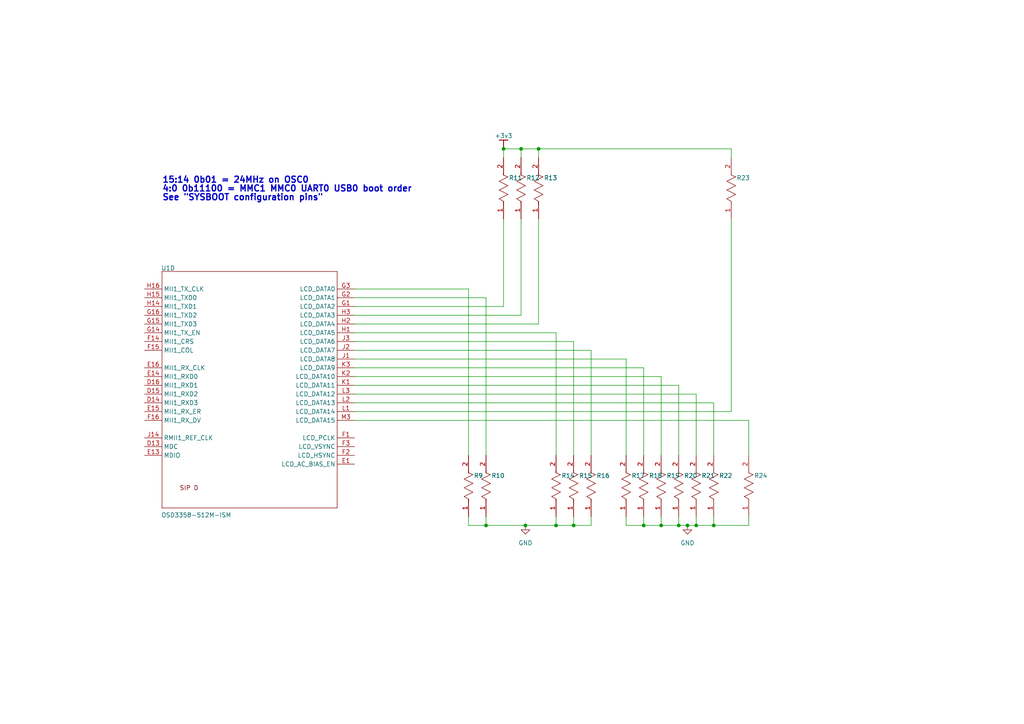
<source format=kicad_sch>
(kicad_sch (version 20231120) (generator "eeschema") (generator_version "8.0")
  (paper "A4")
  (junction (at 196.85 152.4))
  (junction (at 166.37 152.4))
  (junction (at 146.05 43.18))
  (junction (at 186.69 152.4))
  (junction (at 140.97 152.4))
  (junction (at 156.21 43.18))
  (junction (at 151.13 43.18))
  (junction (at 199.39 152.4))
  (junction (at 152.4 152.4))
  (junction (at 201.93 152.4))
  (junction (at 207.01 152.4))
  (junction (at 161.29 152.4))
  (junction (at 191.77 152.4))
  (wire (pts (xy 152.4 152.4) (xy 161.29 152.4)))
  (wire (pts (xy 201.93 152.4) (xy 207.01 152.4)))
  (wire (pts (xy 151.13 43.18) (xy 156.21 43.18)))
  (wire (pts (xy 207.01 116.84) (xy 207.01 132.08)))
  (wire (pts (xy 151.13 43.18) (xy 151.13 45.72)))
  (wire (pts (xy 212.09 43.18) (xy 212.09 45.72)))
  (wire (pts (xy 140.97 86.36) (xy 140.97 132.08)))
  (wire (pts (xy 171.45 101.6) (xy 171.45 132.08)))
  (wire (pts (xy 217.17 152.4) (xy 217.17 149.86)))
  (wire (pts (xy 207.01 152.4) (xy 217.17 152.4)))
  (wire (pts (xy 161.29 152.4) (xy 166.37 152.4)))
  (wire (pts (xy 102.87 86.36) (xy 140.97 86.36)))
  (wire (pts (xy 146.05 88.9) (xy 146.05 63.5)))
  (wire (pts (xy 102.87 106.68) (xy 186.69 106.68)))
  (wire (pts (xy 135.89 149.86) (xy 135.89 152.4)))
  (wire (pts (xy 156.21 93.98) (xy 156.21 63.5)))
  (wire (pts (xy 135.89 83.82) (xy 135.89 132.08)))
  (wire (pts (xy 161.29 96.52) (xy 161.29 132.08)))
  (wire (pts (xy 140.97 152.4) (xy 152.4 152.4)))
  (wire (pts (xy 181.61 149.86) (xy 181.61 152.4)))
  (wire (pts (xy 186.69 152.4) (xy 186.69 149.86)))
  (wire (pts (xy 171.45 152.4) (xy 171.45 149.86)))
  (wire (pts (xy 156.21 43.18) (xy 156.21 45.72)))
  (wire (pts (xy 199.39 152.4) (xy 201.93 152.4)))
  (wire (pts (xy 135.89 152.4) (xy 140.97 152.4)))
  (wire (pts (xy 102.87 96.52) (xy 161.29 96.52)))
  (wire (pts (xy 186.69 106.68) (xy 186.69 132.08)))
  (wire (pts (xy 102.87 116.84) (xy 207.01 116.84)))
  (wire (pts (xy 207.01 152.4) (xy 207.01 149.86)))
  (wire (pts (xy 191.77 152.4) (xy 191.77 149.86)))
  (wire (pts (xy 140.97 152.4) (xy 140.97 149.86)))
  (wire (pts (xy 146.05 43.18) (xy 146.05 45.72)))
  (wire (pts (xy 102.87 93.98) (xy 156.21 93.98)))
  (wire (pts (xy 166.37 152.4) (xy 166.37 149.86)))
  (wire (pts (xy 191.77 109.22) (xy 191.77 132.08)))
  (wire (pts (xy 196.85 111.76) (xy 196.85 132.08)))
  (wire (pts (xy 201.93 114.3) (xy 201.93 132.08)))
  (wire (pts (xy 212.09 119.38) (xy 212.09 63.5)))
  (wire (pts (xy 191.77 152.4) (xy 196.85 152.4)))
  (wire (pts (xy 102.87 83.82) (xy 135.89 83.82)))
  (wire (pts (xy 196.85 152.4) (xy 199.39 152.4)))
  (wire (pts (xy 102.87 119.38) (xy 212.09 119.38)))
  (wire (pts (xy 102.87 111.76) (xy 196.85 111.76)))
  (wire (pts (xy 102.87 88.9) (xy 146.05 88.9)))
  (wire (pts (xy 102.87 104.14) (xy 181.61 104.14)))
  (wire (pts (xy 196.85 152.4) (xy 196.85 149.86)))
  (wire (pts (xy 102.87 101.6) (xy 171.45 101.6)))
  (wire (pts (xy 102.87 91.44) (xy 151.13 91.44)))
  (wire (pts (xy 201.93 152.4) (xy 201.93 149.86)))
  (wire (pts (xy 186.69 152.4) (xy 191.77 152.4)))
  (wire (pts (xy 181.61 152.4) (xy 186.69 152.4)))
  (wire (pts (xy 166.37 99.06) (xy 166.37 132.08)))
  (wire (pts (xy 151.13 91.44) (xy 151.13 63.5)))
  (wire (pts (xy 161.29 152.4) (xy 161.29 149.86)))
  (wire (pts (xy 102.87 121.92) (xy 217.17 121.92)))
  (wire (pts (xy 217.17 121.92) (xy 217.17 132.08)))
  (wire (pts (xy 146.05 43.18) (xy 151.13 43.18)))
  (wire (pts (xy 156.21 43.18) (xy 212.09 43.18)))
  (wire (pts (xy 102.87 109.22) (xy 191.77 109.22)))
  (wire (pts (xy 166.37 152.4) (xy 171.45 152.4)))
  (wire (pts (xy 181.61 104.14) (xy 181.61 132.08)))
  (wire (pts (xy 102.87 114.3) (xy 201.93 114.3)))
  (wire (pts (xy 102.87 99.06) (xy 166.37 99.06)))
  (text "4:0 0b11100 = MMC1 MMC0 UART0 USB0 boot order" (at 46.99 55.88 0) (effects (font (size 1.778 1.778) (thickness 0.3556) (bold yes)) (justify left bottom)))
  (text "15:14 0b01 = 24MHz on OSC0" (at 46.99 53.34 0) (effects (font (size 1.778 1.778) (thickness 0.3556) (bold yes)) (justify left bottom)))
  (text "See \"SYSBOOT configuration pins\"" (at 46.99 58.42 0) (effects (font (size 1.778 1.778) (thickness 0.3556) (bold yes)) (justify left bottom)))
  (symbol (lib_id "OSD3358-altium-import:root_1_1029c3af85768c4190bb7ad29bc67b5") (at 140.97 149.86 0) (unit 1)
    (property "Reference" "R10" (at 142.494 138.684 0) (effects (justify left bottom)))
    (property "Value" "CRCW0402100KFKED" (effects (hide yes)))
    (property "Footprint" "FP-CRCW0402-e3-IPC_C" (effects (hide yes)))
    (property "Description" "RES Thick Film, 100kΩ, 1%, 0.063W, 100ppm/°C, 0402" (effects (hide yes)))
    (property "LEAD FREE" "Lead Free" (effects (hide yes)))
    (property "HEIGHT" "0.35mm" (effects (hide yes)))
    (property "CONTACT PLATING" "Tin" (effects (hide yes)))
    (property "MIN OPERATING TEMPERATURE" "-55°C" (effects (hide yes)))
    (property "PACKAGE QUANTITY" "10000" (effects (hide yes)))
    (property "CASE/PACKAGE" "0402" (effects (hide yes)))
    (property "POWER RATING" "63mW" (effects (hide yes)))
    (property "RESISTANCE" "100kR" (effects (hide yes)))
    (property "TEMPERATURE COEFFICIENT" "100ppm/°C" (effects (hide yes)))
    (property "NUMBER OF TERMINATIONS" "2" (effects (hide yes)))
    (property "PACKAGING" "Tape and Reel" (effects (hide yes)))
    (property "MAX POWER DISSIPATION" "63mW" (effects (hide yes)))
    (property "CASE CODE (METRIC)" "1005" (effects (hide yes)))
    (property "MOUNT" "Surface Mount" (effects (hide yes)))
    (property "WIDTH" "0.02inch" (effects (hide yes)))
    (property "VOLTAGE RATING (DC)" "50V" (effects (hide yes)))
    (property "TERMINATION" "SMD/SMT" (effects (hide yes)))
    (property "LENGTH" "1mm" (effects (hide yes)))
    (property "NUMBER OF PINS" "2" (effects (hide yes)))
    (property "WEIGHT" "2.3E-05oz" (effects (hide yes)))
    (property "RADIATION HARDENING" "No" (effects (hide yes)))
    (property "TOLERANCE" "1%" (effects (hide yes)))
    (property "MILITARY STANDARD" "Not" (effects (hide yes)))
    (property "FEATURES" "Automotive AEC-Q200" (effects (hide yes)))
    (property "DEPTH" "0.5mm" (effects (hide yes)))
    (property "COMPOSITION" "Thick Film" (effects (hide yes)))
    (property "MAX OPERATING TEMPERATURE" "155°C" (effects (hide yes)))
    (property "VOLTAGE RATING" "50V" (effects (hide yes)))
    (property "CASE CODE (IMPERIAL)" "0402" (effects (hide yes)))
  )
  (symbol (lib_id "power:GND") (at 199.39 152.4 0) (unit 1)
    (property "Reference" "#PWR020" (effects (hide yes)))
    (property "Value" "GND" (at 199.39 157.48 0))
    (property "Description" "Power symbol creates a global label with name \"GND\" , ground" (effects (hide yes)))
  )
  (symbol (lib_id "OSD3358-altium-import:root_1_1029c3af85768c4190bb7ad29bc67b5") (at 156.21 63.5 0) (unit 1)
    (property "Reference" "R13" (at 157.734 52.324 0) (effects (justify left bottom)))
    (property "Value" "CRCW0402100KFKED" (effects (hide yes)))
    (property "Footprint" "FP-CRCW0402-e3-IPC_C" (effects (hide yes)))
    (property "Description" "RES Thick Film, 100kΩ, 1%, 0.063W, 100ppm/°C, 0402" (effects (hide yes)))
    (property "LEAD FREE" "Lead Free" (effects (hide yes)))
    (property "HEIGHT" "0.35mm" (effects (hide yes)))
    (property "CONTACT PLATING" "Tin" (effects (hide yes)))
    (property "MIN OPERATING TEMPERATURE" "-55°C" (effects (hide yes)))
    (property "PACKAGE QUANTITY" "10000" (effects (hide yes)))
    (property "CASE/PACKAGE" "0402" (effects (hide yes)))
    (property "POWER RATING" "63mW" (effects (hide yes)))
    (property "RESISTANCE" "100kR" (effects (hide yes)))
    (property "TEMPERATURE COEFFICIENT" "100ppm/°C" (effects (hide yes)))
    (property "NUMBER OF TERMINATIONS" "2" (effects (hide yes)))
    (property "PACKAGING" "Tape and Reel" (effects (hide yes)))
    (property "MAX POWER DISSIPATION" "63mW" (effects (hide yes)))
    (property "CASE CODE (METRIC)" "1005" (effects (hide yes)))
    (property "MOUNT" "Surface Mount" (effects (hide yes)))
    (property "WIDTH" "0.02inch" (effects (hide yes)))
    (property "VOLTAGE RATING (DC)" "50V" (effects (hide yes)))
    (property "TERMINATION" "SMD/SMT" (effects (hide yes)))
    (property "LENGTH" "1mm" (effects (hide yes)))
    (property "NUMBER OF PINS" "2" (effects (hide yes)))
    (property "WEIGHT" "2.3E-05oz" (effects (hide yes)))
    (property "RADIATION HARDENING" "No" (effects (hide yes)))
    (property "TOLERANCE" "1%" (effects (hide yes)))
    (property "MILITARY STANDARD" "Not" (effects (hide yes)))
    (property "FEATURES" "Automotive AEC-Q200" (effects (hide yes)))
    (property "DEPTH" "0.5mm" (effects (hide yes)))
    (property "COMPOSITION" "Thick Film" (effects (hide yes)))
    (property "MAX OPERATING TEMPERATURE" "155°C" (effects (hide yes)))
    (property "VOLTAGE RATING" "50V" (effects (hide yes)))
    (property "CASE CODE (IMPERIAL)" "0402" (effects (hide yes)))
  )
  (symbol (lib_id "OSD3358-altium-import:root_1_1029c3af85768c4190bb7ad29bc67b5") (at 161.29 149.86 0) (unit 1)
    (property "Reference" "R14" (at 162.814 138.684 0) (effects (justify left bottom)))
    (property "Value" "CRCW0402100KFKED" (effects (hide yes)))
    (property "Footprint" "FP-CRCW0402-e3-IPC_C" (effects (hide yes)))
    (property "Description" "RES Thick Film, 100kΩ, 1%, 0.063W, 100ppm/°C, 0402" (effects (hide yes)))
    (property "LEAD FREE" "Lead Free" (effects (hide yes)))
    (property "HEIGHT" "0.35mm" (effects (hide yes)))
    (property "CONTACT PLATING" "Tin" (effects (hide yes)))
    (property "MIN OPERATING TEMPERATURE" "-55°C" (effects (hide yes)))
    (property "PACKAGE QUANTITY" "10000" (effects (hide yes)))
    (property "CASE/PACKAGE" "0402" (effects (hide yes)))
    (property "POWER RATING" "63mW" (effects (hide yes)))
    (property "RESISTANCE" "100kR" (effects (hide yes)))
    (property "TEMPERATURE COEFFICIENT" "100ppm/°C" (effects (hide yes)))
    (property "NUMBER OF TERMINATIONS" "2" (effects (hide yes)))
    (property "PACKAGING" "Tape and Reel" (effects (hide yes)))
    (property "MAX POWER DISSIPATION" "63mW" (effects (hide yes)))
    (property "CASE CODE (METRIC)" "1005" (effects (hide yes)))
    (property "MOUNT" "Surface Mount" (effects (hide yes)))
    (property "WIDTH" "0.02inch" (effects (hide yes)))
    (property "VOLTAGE RATING (DC)" "50V" (effects (hide yes)))
    (property "TERMINATION" "SMD/SMT" (effects (hide yes)))
    (property "LENGTH" "1mm" (effects (hide yes)))
    (property "NUMBER OF PINS" "2" (effects (hide yes)))
    (property "WEIGHT" "2.3E-05oz" (effects (hide yes)))
    (property "RADIATION HARDENING" "No" (effects (hide yes)))
    (property "TOLERANCE" "1%" (effects (hide yes)))
    (property "MILITARY STANDARD" "Not" (effects (hide yes)))
    (property "FEATURES" "Automotive AEC-Q200" (effects (hide yes)))
    (property "DEPTH" "0.5mm" (effects (hide yes)))
    (property "COMPOSITION" "Thick Film" (effects (hide yes)))
    (property "MAX OPERATING TEMPERATURE" "155°C" (effects (hide yes)))
    (property "VOLTAGE RATING" "50V" (effects (hide yes)))
    (property "CASE CODE (IMPERIAL)" "0402" (effects (hide yes)))
  )
  (symbol (lib_id "OSD3358-altium-import:root_1_1029c3af85768c4190bb7ad29bc67b5") (at 181.61 149.86 0) (unit 1)
    (property "Reference" "R17" (at 183.134 138.684 0) (effects (justify left bottom)))
    (property "Value" "CRCW0402100KFKED" (effects (hide yes)))
    (property "Footprint" "FP-CRCW0402-e3-IPC_C" (effects (hide yes)))
    (property "Description" "RES Thick Film, 100kΩ, 1%, 0.063W, 100ppm/°C, 0402" (effects (hide yes)))
    (property "LEAD FREE" "Lead Free" (effects (hide yes)))
    (property "HEIGHT" "0.35mm" (effects (hide yes)))
    (property "CONTACT PLATING" "Tin" (effects (hide yes)))
    (property "MIN OPERATING TEMPERATURE" "-55°C" (effects (hide yes)))
    (property "PACKAGE QUANTITY" "10000" (effects (hide yes)))
    (property "CASE/PACKAGE" "0402" (effects (hide yes)))
    (property "POWER RATING" "63mW" (effects (hide yes)))
    (property "RESISTANCE" "100kR" (effects (hide yes)))
    (property "TEMPERATURE COEFFICIENT" "100ppm/°C" (effects (hide yes)))
    (property "NUMBER OF TERMINATIONS" "2" (effects (hide yes)))
    (property "PACKAGING" "Tape and Reel" (effects (hide yes)))
    (property "MAX POWER DISSIPATION" "63mW" (effects (hide yes)))
    (property "CASE CODE (METRIC)" "1005" (effects (hide yes)))
    (property "MOUNT" "Surface Mount" (effects (hide yes)))
    (property "WIDTH" "0.02inch" (effects (hide yes)))
    (property "VOLTAGE RATING (DC)" "50V" (effects (hide yes)))
    (property "TERMINATION" "SMD/SMT" (effects (hide yes)))
    (property "LENGTH" "1mm" (effects (hide yes)))
    (property "NUMBER OF PINS" "2" (effects (hide yes)))
    (property "WEIGHT" "2.3E-05oz" (effects (hide yes)))
    (property "RADIATION HARDENING" "No" (effects (hide yes)))
    (property "TOLERANCE" "1%" (effects (hide yes)))
    (property "MILITARY STANDARD" "Not" (effects (hide yes)))
    (property "FEATURES" "Automotive AEC-Q200" (effects (hide yes)))
    (property "DEPTH" "0.5mm" (effects (hide yes)))
    (property "COMPOSITION" "Thick Film" (effects (hide yes)))
    (property "MAX OPERATING TEMPERATURE" "155°C" (effects (hide yes)))
    (property "VOLTAGE RATING" "50V" (effects (hide yes)))
    (property "CASE CODE (IMPERIAL)" "0402" (effects (hide yes)))
  )
  (symbol (lib_id "OSD3358-altium-import:root_1_1029c3af85768c4190bb7ad29bc67b5") (at 171.45 149.86 0) (unit 1)
    (property "Reference" "R16" (at 172.974 138.684 0) (effects (justify left bottom)))
    (property "Value" "CRCW0402100KFKED" (effects (hide yes)))
    (property "Footprint" "FP-CRCW0402-e3-IPC_C" (effects (hide yes)))
    (property "Description" "RES Thick Film, 100kΩ, 1%, 0.063W, 100ppm/°C, 0402" (effects (hide yes)))
    (property "LEAD FREE" "Lead Free" (effects (hide yes)))
    (property "HEIGHT" "0.35mm" (effects (hide yes)))
    (property "CONTACT PLATING" "Tin" (effects (hide yes)))
    (property "MIN OPERATING TEMPERATURE" "-55°C" (effects (hide yes)))
    (property "PACKAGE QUANTITY" "10000" (effects (hide yes)))
    (property "CASE/PACKAGE" "0402" (effects (hide yes)))
    (property "POWER RATING" "63mW" (effects (hide yes)))
    (property "RESISTANCE" "100kR" (effects (hide yes)))
    (property "TEMPERATURE COEFFICIENT" "100ppm/°C" (effects (hide yes)))
    (property "NUMBER OF TERMINATIONS" "2" (effects (hide yes)))
    (property "PACKAGING" "Tape and Reel" (effects (hide yes)))
    (property "MAX POWER DISSIPATION" "63mW" (effects (hide yes)))
    (property "CASE CODE (METRIC)" "1005" (effects (hide yes)))
    (property "MOUNT" "Surface Mount" (effects (hide yes)))
    (property "WIDTH" "0.02inch" (effects (hide yes)))
    (property "VOLTAGE RATING (DC)" "50V" (effects (hide yes)))
    (property "TERMINATION" "SMD/SMT" (effects (hide yes)))
    (property "LENGTH" "1mm" (effects (hide yes)))
    (property "NUMBER OF PINS" "2" (effects (hide yes)))
    (property "WEIGHT" "2.3E-05oz" (effects (hide yes)))
    (property "RADIATION HARDENING" "No" (effects (hide yes)))
    (property "TOLERANCE" "1%" (effects (hide yes)))
    (property "MILITARY STANDARD" "Not" (effects (hide yes)))
    (property "FEATURES" "Automotive AEC-Q200" (effects (hide yes)))
    (property "DEPTH" "0.5mm" (effects (hide yes)))
    (property "COMPOSITION" "Thick Film" (effects (hide yes)))
    (property "MAX OPERATING TEMPERATURE" "155°C" (effects (hide yes)))
    (property "VOLTAGE RATING" "50V" (effects (hide yes)))
    (property "CASE CODE (IMPERIAL)" "0402" (effects (hide yes)))
  )
  (symbol (lib_id "OSD3358-altium-import:root_0_OSD3358-512M-ISM") (at 46.99 147.32 0) (unit 4)
    (property "Reference" "U1" (at 46.736 78.486 0) (effects (justify left bottom)))
    (property "Value" "OSD3358-512M-ISM" (at 46.736 150.114 0) (effects (justify left bottom)))
    (property "Footprint" "OSD335X-BGA-256" (effects (hide yes)))
    (property "Description" "OSD3358-512M-ISM SoM" (effects (hide yes)))
    (property "PACKAGE" "BGA-400 Octavo Systems" (effects (hide yes)))
    (property "SOURCE" "OSD3358-512M-ISM.SchLib" (effects (hide yes)))
    (property "ALTIUM_VALUE" "*" (effects (hide yes)))
    (property "MOUSER-PURCHASE-URL" "https://snapeda.com/shop?store=Mouser&id=2754256" (effects (hide yes)))
    (property "PRICE" "None" (effects (hide yes)))
    (property "DESIGN ITEM ID" "OSD3358-512M-ISM" (effects (hide yes)))
    (property "MF" "Octavo Systems" (effects (hide yes)))
    (property "DIGIKEY-PURCHASE-URL" "https://snapeda.com/shop?store=DigiKey&id=2754256" (effects (hide yes)))
    (property "PIN COUNT" "256" (effects (hide yes)))
    (property "SNAPEDA_LINK" "https://www.snapeda.com/parts/OSD3358-512M-ISM/Octavo%20Systems%20LLC/view-part/2754256/?ref=snap" (effects (hide yes)))
    (property "MP" "OSD3358-512M-ISM" (effects (hide yes)))
    (property "AVAILABILITY" "Warning" (effects (hide yes)))
    (property "COMPONENT TYPE" "Standard" (effects (hide yes)))
  )
  (symbol (lib_id "OSD3358-altium-import:root_1_1029c3af85768c4190bb7ad29bc67b5") (at 217.17 149.86 0) (unit 1)
    (property "Reference" "R24" (at 218.694 138.684 0) (effects (justify left bottom)))
    (property "Value" "CRCW0402100KFKED" (effects (hide yes)))
    (property "Footprint" "FP-CRCW0402-e3-IPC_C" (effects (hide yes)))
    (property "Description" "RES Thick Film, 100kΩ, 1%, 0.063W, 100ppm/°C, 0402" (effects (hide yes)))
    (property "LEAD FREE" "Lead Free" (effects (hide yes)))
    (property "HEIGHT" "0.35mm" (effects (hide yes)))
    (property "CONTACT PLATING" "Tin" (effects (hide yes)))
    (property "MIN OPERATING TEMPERATURE" "-55°C" (effects (hide yes)))
    (property "PACKAGE QUANTITY" "10000" (effects (hide yes)))
    (property "CASE/PACKAGE" "0402" (effects (hide yes)))
    (property "POWER RATING" "63mW" (effects (hide yes)))
    (property "RESISTANCE" "100kR" (effects (hide yes)))
    (property "TEMPERATURE COEFFICIENT" "100ppm/°C" (effects (hide yes)))
    (property "NUMBER OF TERMINATIONS" "2" (effects (hide yes)))
    (property "PACKAGING" "Tape and Reel" (effects (hide yes)))
    (property "MAX POWER DISSIPATION" "63mW" (effects (hide yes)))
    (property "CASE CODE (METRIC)" "1005" (effects (hide yes)))
    (property "MOUNT" "Surface Mount" (effects (hide yes)))
    (property "WIDTH" "0.02inch" (effects (hide yes)))
    (property "VOLTAGE RATING (DC)" "50V" (effects (hide yes)))
    (property "TERMINATION" "SMD/SMT" (effects (hide yes)))
    (property "LENGTH" "1mm" (effects (hide yes)))
    (property "NUMBER OF PINS" "2" (effects (hide yes)))
    (property "WEIGHT" "2.3E-05oz" (effects (hide yes)))
    (property "RADIATION HARDENING" "No" (effects (hide yes)))
    (property "TOLERANCE" "1%" (effects (hide yes)))
    (property "MILITARY STANDARD" "Not" (effects (hide yes)))
    (property "FEATURES" "Automotive AEC-Q200" (effects (hide yes)))
    (property "DEPTH" "0.5mm" (effects (hide yes)))
    (property "COMPOSITION" "Thick Film" (effects (hide yes)))
    (property "MAX OPERATING TEMPERATURE" "155°C" (effects (hide yes)))
    (property "VOLTAGE RATING" "50V" (effects (hide yes)))
    (property "CASE CODE (IMPERIAL)" "0402" (effects (hide yes)))
  )
  (symbol (lib_id "OSD3358-altium-import:root_1_1029c3af85768c4190bb7ad29bc67b5") (at 212.09 63.5 0) (unit 1)
    (property "Reference" "R23" (at 213.614 52.324 0) (effects (justify left bottom)))
    (property "Value" "CRCW0402100KFKED" (effects (hide yes)))
    (property "Footprint" "FP-CRCW0402-e3-IPC_C" (effects (hide yes)))
    (property "Description" "RES Thick Film, 100kΩ, 1%, 0.063W, 100ppm/°C, 0402" (effects (hide yes)))
    (property "LEAD FREE" "Lead Free" (effects (hide yes)))
    (property "HEIGHT" "0.35mm" (effects (hide yes)))
    (property "CONTACT PLATING" "Tin" (effects (hide yes)))
    (property "MIN OPERATING TEMPERATURE" "-55°C" (effects (hide yes)))
    (property "PACKAGE QUANTITY" "10000" (effects (hide yes)))
    (property "CASE/PACKAGE" "0402" (effects (hide yes)))
    (property "POWER RATING" "63mW" (effects (hide yes)))
    (property "RESISTANCE" "100kR" (effects (hide yes)))
    (property "TEMPERATURE COEFFICIENT" "100ppm/°C" (effects (hide yes)))
    (property "NUMBER OF TERMINATIONS" "2" (effects (hide yes)))
    (property "PACKAGING" "Tape and Reel" (effects (hide yes)))
    (property "MAX POWER DISSIPATION" "63mW" (effects (hide yes)))
    (property "CASE CODE (METRIC)" "1005" (effects (hide yes)))
    (property "MOUNT" "Surface Mount" (effects (hide yes)))
    (property "WIDTH" "0.02inch" (effects (hide yes)))
    (property "VOLTAGE RATING (DC)" "50V" (effects (hide yes)))
    (property "TERMINATION" "SMD/SMT" (effects (hide yes)))
    (property "LENGTH" "1mm" (effects (hide yes)))
    (property "NUMBER OF PINS" "2" (effects (hide yes)))
    (property "WEIGHT" "2.3E-05oz" (effects (hide yes)))
    (property "RADIATION HARDENING" "No" (effects (hide yes)))
    (property "TOLERANCE" "1%" (effects (hide yes)))
    (property "MILITARY STANDARD" "Not" (effects (hide yes)))
    (property "FEATURES" "Automotive AEC-Q200" (effects (hide yes)))
    (property "DEPTH" "0.5mm" (effects (hide yes)))
    (property "COMPOSITION" "Thick Film" (effects (hide yes)))
    (property "MAX OPERATING TEMPERATURE" "155°C" (effects (hide yes)))
    (property "VOLTAGE RATING" "50V" (effects (hide yes)))
    (property "CASE CODE (IMPERIAL)" "0402" (effects (hide yes)))
  )
  (symbol (lib_id "OSD3358-altium-import:root_1_1029c3af85768c4190bb7ad29bc67b5") (at 186.69 149.86 0) (unit 1)
    (property "Reference" "R18" (at 188.214 138.684 0) (effects (justify left bottom)))
    (property "Value" "CRCW0402100KFKED" (effects (hide yes)))
    (property "Footprint" "FP-CRCW0402-e3-IPC_C" (effects (hide yes)))
    (property "Description" "RES Thick Film, 100kΩ, 1%, 0.063W, 100ppm/°C, 0402" (effects (hide yes)))
    (property "LEAD FREE" "Lead Free" (effects (hide yes)))
    (property "HEIGHT" "0.35mm" (effects (hide yes)))
    (property "CONTACT PLATING" "Tin" (effects (hide yes)))
    (property "MIN OPERATING TEMPERATURE" "-55°C" (effects (hide yes)))
    (property "PACKAGE QUANTITY" "10000" (effects (hide yes)))
    (property "CASE/PACKAGE" "0402" (effects (hide yes)))
    (property "POWER RATING" "63mW" (effects (hide yes)))
    (property "RESISTANCE" "100kR" (effects (hide yes)))
    (property "TEMPERATURE COEFFICIENT" "100ppm/°C" (effects (hide yes)))
    (property "NUMBER OF TERMINATIONS" "2" (effects (hide yes)))
    (property "PACKAGING" "Tape and Reel" (effects (hide yes)))
    (property "MAX POWER DISSIPATION" "63mW" (effects (hide yes)))
    (property "CASE CODE (METRIC)" "1005" (effects (hide yes)))
    (property "MOUNT" "Surface Mount" (effects (hide yes)))
    (property "WIDTH" "0.02inch" (effects (hide yes)))
    (property "VOLTAGE RATING (DC)" "50V" (effects (hide yes)))
    (property "TERMINATION" "SMD/SMT" (effects (hide yes)))
    (property "LENGTH" "1mm" (effects (hide yes)))
    (property "NUMBER OF PINS" "2" (effects (hide yes)))
    (property "WEIGHT" "2.3E-05oz" (effects (hide yes)))
    (property "RADIATION HARDENING" "No" (effects (hide yes)))
    (property "TOLERANCE" "1%" (effects (hide yes)))
    (property "MILITARY STANDARD" "Not" (effects (hide yes)))
    (property "FEATURES" "Automotive AEC-Q200" (effects (hide yes)))
    (property "DEPTH" "0.5mm" (effects (hide yes)))
    (property "COMPOSITION" "Thick Film" (effects (hide yes)))
    (property "MAX OPERATING TEMPERATURE" "155°C" (effects (hide yes)))
    (property "VOLTAGE RATING" "50V" (effects (hide yes)))
    (property "CASE CODE (IMPERIAL)" "0402" (effects (hide yes)))
  )
  (symbol (lib_id "OSD3358-altium-import:root_1_1029c3af85768c4190bb7ad29bc67b5") (at 166.37 149.86 0) (unit 1)
    (property "Reference" "R15" (at 167.894 138.684 0) (effects (justify left bottom)))
    (property "Value" "CRCW0402100KFKED" (effects (hide yes)))
    (property "Footprint" "FP-CRCW0402-e3-IPC_C" (effects (hide yes)))
    (property "Description" "RES Thick Film, 100kΩ, 1%, 0.063W, 100ppm/°C, 0402" (effects (hide yes)))
    (property "LEAD FREE" "Lead Free" (effects (hide yes)))
    (property "HEIGHT" "0.35mm" (effects (hide yes)))
    (property "CONTACT PLATING" "Tin" (effects (hide yes)))
    (property "MIN OPERATING TEMPERATURE" "-55°C" (effects (hide yes)))
    (property "PACKAGE QUANTITY" "10000" (effects (hide yes)))
    (property "CASE/PACKAGE" "0402" (effects (hide yes)))
    (property "POWER RATING" "63mW" (effects (hide yes)))
    (property "RESISTANCE" "100kR" (effects (hide yes)))
    (property "TEMPERATURE COEFFICIENT" "100ppm/°C" (effects (hide yes)))
    (property "NUMBER OF TERMINATIONS" "2" (effects (hide yes)))
    (property "PACKAGING" "Tape and Reel" (effects (hide yes)))
    (property "MAX POWER DISSIPATION" "63mW" (effects (hide yes)))
    (property "CASE CODE (METRIC)" "1005" (effects (hide yes)))
    (property "MOUNT" "Surface Mount" (effects (hide yes)))
    (property "WIDTH" "0.02inch" (effects (hide yes)))
    (property "VOLTAGE RATING (DC)" "50V" (effects (hide yes)))
    (property "TERMINATION" "SMD/SMT" (effects (hide yes)))
    (property "LENGTH" "1mm" (effects (hide yes)))
    (property "NUMBER OF PINS" "2" (effects (hide yes)))
    (property "WEIGHT" "2.3E-05oz" (effects (hide yes)))
    (property "RADIATION HARDENING" "No" (effects (hide yes)))
    (property "TOLERANCE" "1%" (effects (hide yes)))
    (property "MILITARY STANDARD" "Not" (effects (hide yes)))
    (property "FEATURES" "Automotive AEC-Q200" (effects (hide yes)))
    (property "DEPTH" "0.5mm" (effects (hide yes)))
    (property "COMPOSITION" "Thick Film" (effects (hide yes)))
    (property "MAX OPERATING TEMPERATURE" "155°C" (effects (hide yes)))
    (property "VOLTAGE RATING" "50V" (effects (hide yes)))
    (property "CASE CODE (IMPERIAL)" "0402" (effects (hide yes)))
  )
  (symbol (lib_id "OSD3358-altium-import:root_1_1029c3af85768c4190bb7ad29bc67b5") (at 196.85 149.86 0) (unit 1)
    (property "Reference" "R20" (at 198.374 138.684 0) (effects (justify left bottom)))
    (property "Value" "CRCW0402100KFKED" (effects (hide yes)))
    (property "Footprint" "FP-CRCW0402-e3-IPC_C" (effects (hide yes)))
    (property "Description" "RES Thick Film, 100kΩ, 1%, 0.063W, 100ppm/°C, 0402" (effects (hide yes)))
    (property "LEAD FREE" "Lead Free" (effects (hide yes)))
    (property "HEIGHT" "0.35mm" (effects (hide yes)))
    (property "CONTACT PLATING" "Tin" (effects (hide yes)))
    (property "MIN OPERATING TEMPERATURE" "-55°C" (effects (hide yes)))
    (property "PACKAGE QUANTITY" "10000" (effects (hide yes)))
    (property "CASE/PACKAGE" "0402" (effects (hide yes)))
    (property "POWER RATING" "63mW" (effects (hide yes)))
    (property "RESISTANCE" "100kR" (effects (hide yes)))
    (property "TEMPERATURE COEFFICIENT" "100ppm/°C" (effects (hide yes)))
    (property "NUMBER OF TERMINATIONS" "2" (effects (hide yes)))
    (property "PACKAGING" "Tape and Reel" (effects (hide yes)))
    (property "MAX POWER DISSIPATION" "63mW" (effects (hide yes)))
    (property "CASE CODE (METRIC)" "1005" (effects (hide yes)))
    (property "MOUNT" "Surface Mount" (effects (hide yes)))
    (property "WIDTH" "0.02inch" (effects (hide yes)))
    (property "VOLTAGE RATING (DC)" "50V" (effects (hide yes)))
    (property "TERMINATION" "SMD/SMT" (effects (hide yes)))
    (property "LENGTH" "1mm" (effects (hide yes)))
    (property "NUMBER OF PINS" "2" (effects (hide yes)))
    (property "WEIGHT" "2.3E-05oz" (effects (hide yes)))
    (property "RADIATION HARDENING" "No" (effects (hide yes)))
    (property "TOLERANCE" "1%" (effects (hide yes)))
    (property "MILITARY STANDARD" "Not" (effects (hide yes)))
    (property "FEATURES" "Automotive AEC-Q200" (effects (hide yes)))
    (property "DEPTH" "0.5mm" (effects (hide yes)))
    (property "COMPOSITION" "Thick Film" (effects (hide yes)))
    (property "MAX OPERATING TEMPERATURE" "155°C" (effects (hide yes)))
    (property "VOLTAGE RATING" "50V" (effects (hide yes)))
    (property "CASE CODE (IMPERIAL)" "0402" (effects (hide yes)))
  )
  (symbol (lib_id "OSD3358-altium-import:root_1_1029c3af85768c4190bb7ad29bc67b5") (at 201.93 149.86 0) (unit 1)
    (property "Reference" "R21" (at 203.454 138.684 0) (effects (justify left bottom)))
    (property "Value" "CRCW0402100KFKED" (effects (hide yes)))
    (property "Footprint" "FP-CRCW0402-e3-IPC_C" (effects (hide yes)))
    (property "Description" "RES Thick Film, 100kΩ, 1%, 0.063W, 100ppm/°C, 0402" (effects (hide yes)))
    (property "LEAD FREE" "Lead Free" (effects (hide yes)))
    (property "HEIGHT" "0.35mm" (effects (hide yes)))
    (property "CONTACT PLATING" "Tin" (effects (hide yes)))
    (property "MIN OPERATING TEMPERATURE" "-55°C" (effects (hide yes)))
    (property "PACKAGE QUANTITY" "10000" (effects (hide yes)))
    (property "CASE/PACKAGE" "0402" (effects (hide yes)))
    (property "POWER RATING" "63mW" (effects (hide yes)))
    (property "RESISTANCE" "100kR" (effects (hide yes)))
    (property "TEMPERATURE COEFFICIENT" "100ppm/°C" (effects (hide yes)))
    (property "NUMBER OF TERMINATIONS" "2" (effects (hide yes)))
    (property "PACKAGING" "Tape and Reel" (effects (hide yes)))
    (property "MAX POWER DISSIPATION" "63mW" (effects (hide yes)))
    (property "CASE CODE (METRIC)" "1005" (effects (hide yes)))
    (property "MOUNT" "Surface Mount" (effects (hide yes)))
    (property "WIDTH" "0.02inch" (effects (hide yes)))
    (property "VOLTAGE RATING (DC)" "50V" (effects (hide yes)))
    (property "TERMINATION" "SMD/SMT" (effects (hide yes)))
    (property "LENGTH" "1mm" (effects (hide yes)))
    (property "NUMBER OF PINS" "2" (effects (hide yes)))
    (property "WEIGHT" "2.3E-05oz" (effects (hide yes)))
    (property "RADIATION HARDENING" "No" (effects (hide yes)))
    (property "TOLERANCE" "1%" (effects (hide yes)))
    (property "MILITARY STANDARD" "Not" (effects (hide yes)))
    (property "FEATURES" "Automotive AEC-Q200" (effects (hide yes)))
    (property "DEPTH" "0.5mm" (effects (hide yes)))
    (property "COMPOSITION" "Thick Film" (effects (hide yes)))
    (property "MAX OPERATING TEMPERATURE" "155°C" (effects (hide yes)))
    (property "VOLTAGE RATING" "50V" (effects (hide yes)))
    (property "CASE CODE (IMPERIAL)" "0402" (effects (hide yes)))
  )
  (symbol (lib_id "OSD3358-altium-import:root_1_1029c3af85768c4190bb7ad29bc67b5") (at 151.13 63.5 0) (unit 1)
    (property "Reference" "R12" (at 152.654 52.324 0) (effects (justify left bottom)))
    (property "Value" "CRCW0402100KFKED" (effects (hide yes)))
    (property "Footprint" "FP-CRCW0402-e3-IPC_C" (effects (hide yes)))
    (property "Description" "RES Thick Film, 100kΩ, 1%, 0.063W, 100ppm/°C, 0402" (effects (hide yes)))
    (property "LEAD FREE" "Lead Free" (effects (hide yes)))
    (property "HEIGHT" "0.35mm" (effects (hide yes)))
    (property "CONTACT PLATING" "Tin" (effects (hide yes)))
    (property "MIN OPERATING TEMPERATURE" "-55°C" (effects (hide yes)))
    (property "PACKAGE QUANTITY" "10000" (effects (hide yes)))
    (property "CASE/PACKAGE" "0402" (effects (hide yes)))
    (property "POWER RATING" "63mW" (effects (hide yes)))
    (property "RESISTANCE" "100kR" (effects (hide yes)))
    (property "TEMPERATURE COEFFICIENT" "100ppm/°C" (effects (hide yes)))
    (property "NUMBER OF TERMINATIONS" "2" (effects (hide yes)))
    (property "PACKAGING" "Tape and Reel" (effects (hide yes)))
    (property "MAX POWER DISSIPATION" "63mW" (effects (hide yes)))
    (property "CASE CODE (METRIC)" "1005" (effects (hide yes)))
    (property "MOUNT" "Surface Mount" (effects (hide yes)))
    (property "WIDTH" "0.02inch" (effects (hide yes)))
    (property "VOLTAGE RATING (DC)" "50V" (effects (hide yes)))
    (property "TERMINATION" "SMD/SMT" (effects (hide yes)))
    (property "LENGTH" "1mm" (effects (hide yes)))
    (property "NUMBER OF PINS" "2" (effects (hide yes)))
    (property "WEIGHT" "2.3E-05oz" (effects (hide yes)))
    (property "RADIATION HARDENING" "No" (effects (hide yes)))
    (property "TOLERANCE" "1%" (effects (hide yes)))
    (property "MILITARY STANDARD" "Not" (effects (hide yes)))
    (property "FEATURES" "Automotive AEC-Q200" (effects (hide yes)))
    (property "DEPTH" "0.5mm" (effects (hide yes)))
    (property "COMPOSITION" "Thick Film" (effects (hide yes)))
    (property "MAX OPERATING TEMPERATURE" "155°C" (effects (hide yes)))
    (property "VOLTAGE RATING" "50V" (effects (hide yes)))
    (property "CASE CODE (IMPERIAL)" "0402" (effects (hide yes)))
  )
  (symbol (lib_id "OSD3358-altium-import:root_1_1029c3af85768c4190bb7ad29bc67b5") (at 146.05 63.5 0) (unit 1)
    (property "Reference" "R11" (at 147.574 52.324 0) (effects (justify left bottom)))
    (property "Value" "CRCW0402100KFKED" (effects (hide yes)))
    (property "Footprint" "FP-CRCW0402-e3-IPC_C" (effects (hide yes)))
    (property "Description" "RES Thick Film, 100kΩ, 1%, 0.063W, 100ppm/°C, 0402" (effects (hide yes)))
    (property "LEAD FREE" "Lead Free" (effects (hide yes)))
    (property "HEIGHT" "0.35mm" (effects (hide yes)))
    (property "CONTACT PLATING" "Tin" (effects (hide yes)))
    (property "MIN OPERATING TEMPERATURE" "-55°C" (effects (hide yes)))
    (property "PACKAGE QUANTITY" "10000" (effects (hide yes)))
    (property "CASE/PACKAGE" "0402" (effects (hide yes)))
    (property "POWER RATING" "63mW" (effects (hide yes)))
    (property "RESISTANCE" "100kR" (effects (hide yes)))
    (property "TEMPERATURE COEFFICIENT" "100ppm/°C" (effects (hide yes)))
    (property "NUMBER OF TERMINATIONS" "2" (effects (hide yes)))
    (property "PACKAGING" "Tape and Reel" (effects (hide yes)))
    (property "MAX POWER DISSIPATION" "63mW" (effects (hide yes)))
    (property "CASE CODE (METRIC)" "1005" (effects (hide yes)))
    (property "MOUNT" "Surface Mount" (effects (hide yes)))
    (property "WIDTH" "0.02inch" (effects (hide yes)))
    (property "VOLTAGE RATING (DC)" "50V" (effects (hide yes)))
    (property "TERMINATION" "SMD/SMT" (effects (hide yes)))
    (property "LENGTH" "1mm" (effects (hide yes)))
    (property "NUMBER OF PINS" "2" (effects (hide yes)))
    (property "WEIGHT" "2.3E-05oz" (effects (hide yes)))
    (property "RADIATION HARDENING" "No" (effects (hide yes)))
    (property "TOLERANCE" "1%" (effects (hide yes)))
    (property "MILITARY STANDARD" "Not" (effects (hide yes)))
    (property "FEATURES" "Automotive AEC-Q200" (effects (hide yes)))
    (property "DEPTH" "0.5mm" (effects (hide yes)))
    (property "COMPOSITION" "Thick Film" (effects (hide yes)))
    (property "MAX OPERATING TEMPERATURE" "155°C" (effects (hide yes)))
    (property "VOLTAGE RATING" "50V" (effects (hide yes)))
    (property "CASE CODE (IMPERIAL)" "0402" (effects (hide yes)))
  )
  (symbol (lib_id "power:GND") (at 152.4 152.4 0) (unit 1)
    (property "Reference" "#PWR015" (effects (hide yes)))
    (property "Value" "GND" (at 152.4 157.48 0))
    (property "Description" "Power symbol creates a global label with name \"GND\" , ground" (effects (hide yes)))
  )
  (symbol (lib_id "OSD3358-altium-import:root_1_1029c3af85768c4190bb7ad29bc67b5") (at 207.01 149.86 0) (unit 1)
    (property "Reference" "R22" (at 208.534 138.684 0) (effects (justify left bottom)))
    (property "Value" "CRCW0402100KFKED" (effects (hide yes)))
    (property "Footprint" "FP-CRCW0402-e3-IPC_C" (effects (hide yes)))
    (property "Description" "RES Thick Film, 100kΩ, 1%, 0.063W, 100ppm/°C, 0402" (effects (hide yes)))
    (property "LEAD FREE" "Lead Free" (effects (hide yes)))
    (property "HEIGHT" "0.35mm" (effects (hide yes)))
    (property "CONTACT PLATING" "Tin" (effects (hide yes)))
    (property "MIN OPERATING TEMPERATURE" "-55°C" (effects (hide yes)))
    (property "PACKAGE QUANTITY" "10000" (effects (hide yes)))
    (property "CASE/PACKAGE" "0402" (effects (hide yes)))
    (property "POWER RATING" "63mW" (effects (hide yes)))
    (property "RESISTANCE" "100kR" (effects (hide yes)))
    (property "TEMPERATURE COEFFICIENT" "100ppm/°C" (effects (hide yes)))
    (property "NUMBER OF TERMINATIONS" "2" (effects (hide yes)))
    (property "PACKAGING" "Tape and Reel" (effects (hide yes)))
    (property "MAX POWER DISSIPATION" "63mW" (effects (hide yes)))
    (property "CASE CODE (METRIC)" "1005" (effects (hide yes)))
    (property "MOUNT" "Surface Mount" (effects (hide yes)))
    (property "WIDTH" "0.02inch" (effects (hide yes)))
    (property "VOLTAGE RATING (DC)" "50V" (effects (hide yes)))
    (property "TERMINATION" "SMD/SMT" (effects (hide yes)))
    (property "LENGTH" "1mm" (effects (hide yes)))
    (property "NUMBER OF PINS" "2" (effects (hide yes)))
    (property "WEIGHT" "2.3E-05oz" (effects (hide yes)))
    (property "RADIATION HARDENING" "No" (effects (hide yes)))
    (property "TOLERANCE" "1%" (effects (hide yes)))
    (property "MILITARY STANDARD" "Not" (effects (hide yes)))
    (property "FEATURES" "Automotive AEC-Q200" (effects (hide yes)))
    (property "DEPTH" "0.5mm" (effects (hide yes)))
    (property "COMPOSITION" "Thick Film" (effects (hide yes)))
    (property "MAX OPERATING TEMPERATURE" "155°C" (effects (hide yes)))
    (property "VOLTAGE RATING" "50V" (effects (hide yes)))
    (property "CASE CODE (IMPERIAL)" "0402" (effects (hide yes)))
  )
  (symbol (lib_id "OSD3358-altium-import:+3v3_BAR") (at 146.05 43.18 180) (unit 1)
    (property "Reference" "#PWR014" (effects (hide yes)))
    (property "Value" "+3v3" (at 146.05 39.37 0))
  )
  (symbol (lib_id "OSD3358-altium-import:root_1_1029c3af85768c4190bb7ad29bc67b5") (at 135.89 149.86 0) (unit 1)
    (property "Reference" "R9" (at 137.414 138.684 0) (effects (justify left bottom)))
    (property "Value" "CRCW0402100KFKED" (effects (hide yes)))
    (property "Footprint" "FP-CRCW0402-e3-IPC_C" (effects (hide yes)))
    (property "Description" "RES Thick Film, 100kΩ, 1%, 0.063W, 100ppm/°C, 0402" (effects (hide yes)))
    (property "LEAD FREE" "Lead Free" (effects (hide yes)))
    (property "HEIGHT" "0.35mm" (effects (hide yes)))
    (property "CONTACT PLATING" "Tin" (effects (hide yes)))
    (property "MIN OPERATING TEMPERATURE" "-55°C" (effects (hide yes)))
    (property "PACKAGE QUANTITY" "10000" (effects (hide yes)))
    (property "CASE/PACKAGE" "0402" (effects (hide yes)))
    (property "POWER RATING" "63mW" (effects (hide yes)))
    (property "RESISTANCE" "100kR" (effects (hide yes)))
    (property "TEMPERATURE COEFFICIENT" "100ppm/°C" (effects (hide yes)))
    (property "NUMBER OF TERMINATIONS" "2" (effects (hide yes)))
    (property "PACKAGING" "Tape and Reel" (effects (hide yes)))
    (property "MAX POWER DISSIPATION" "63mW" (effects (hide yes)))
    (property "CASE CODE (METRIC)" "1005" (effects (hide yes)))
    (property "MOUNT" "Surface Mount" (effects (hide yes)))
    (property "WIDTH" "0.02inch" (effects (hide yes)))
    (property "VOLTAGE RATING (DC)" "50V" (effects (hide yes)))
    (property "TERMINATION" "SMD/SMT" (effects (hide yes)))
    (property "LENGTH" "1mm" (effects (hide yes)))
    (property "NUMBER OF PINS" "2" (effects (hide yes)))
    (property "WEIGHT" "2.3E-05oz" (effects (hide yes)))
    (property "RADIATION HARDENING" "No" (effects (hide yes)))
    (property "TOLERANCE" "1%" (effects (hide yes)))
    (property "MILITARY STANDARD" "Not" (effects (hide yes)))
    (property "FEATURES" "Automotive AEC-Q200" (effects (hide yes)))
    (property "DEPTH" "0.5mm" (effects (hide yes)))
    (property "COMPOSITION" "Thick Film" (effects (hide yes)))
    (property "MAX OPERATING TEMPERATURE" "155°C" (effects (hide yes)))
    (property "VOLTAGE RATING" "50V" (effects (hide yes)))
    (property "CASE CODE (IMPERIAL)" "0402" (effects (hide yes)))
  )
  (symbol (lib_id "OSD3358-altium-import:root_1_1029c3af85768c4190bb7ad29bc67b5") (at 191.77 149.86 0) (unit 1)
    (property "Reference" "R19" (at 193.294 138.684 0) (effects (justify left bottom)))
    (property "Value" "CRCW0402100KFKED" (effects (hide yes)))
    (property "Footprint" "FP-CRCW0402-e3-IPC_C" (effects (hide yes)))
    (property "Description" "RES Thick Film, 100kΩ, 1%, 0.063W, 100ppm/°C, 0402" (effects (hide yes)))
    (property "LEAD FREE" "Lead Free" (effects (hide yes)))
    (property "HEIGHT" "0.35mm" (effects (hide yes)))
    (property "CONTACT PLATING" "Tin" (effects (hide yes)))
    (property "MIN OPERATING TEMPERATURE" "-55°C" (effects (hide yes)))
    (property "PACKAGE QUANTITY" "10000" (effects (hide yes)))
    (property "CASE/PACKAGE" "0402" (effects (hide yes)))
    (property "POWER RATING" "63mW" (effects (hide yes)))
    (property "RESISTANCE" "100kR" (effects (hide yes)))
    (property "TEMPERATURE COEFFICIENT" "100ppm/°C" (effects (hide yes)))
    (property "NUMBER OF TERMINATIONS" "2" (effects (hide yes)))
    (property "PACKAGING" "Tape and Reel" (effects (hide yes)))
    (property "MAX POWER DISSIPATION" "63mW" (effects (hide yes)))
    (property "CASE CODE (METRIC)" "1005" (effects (hide yes)))
    (property "MOUNT" "Surface Mount" (effects (hide yes)))
    (property "WIDTH" "0.02inch" (effects (hide yes)))
    (property "VOLTAGE RATING (DC)" "50V" (effects (hide yes)))
    (property "TERMINATION" "SMD/SMT" (effects (hide yes)))
    (property "LENGTH" "1mm" (effects (hide yes)))
    (property "NUMBER OF PINS" "2" (effects (hide yes)))
    (property "WEIGHT" "2.3E-05oz" (effects (hide yes)))
    (property "RADIATION HARDENING" "No" (effects (hide yes)))
    (property "TOLERANCE" "1%" (effects (hide yes)))
    (property "MILITARY STANDARD" "Not" (effects (hide yes)))
    (property "FEATURES" "Automotive AEC-Q200" (effects (hide yes)))
    (property "DEPTH" "0.5mm" (effects (hide yes)))
    (property "COMPOSITION" "Thick Film" (effects (hide yes)))
    (property "MAX OPERATING TEMPERATURE" "155°C" (effects (hide yes)))
    (property "VOLTAGE RATING" "50V" (effects (hide yes)))
    (property "CASE CODE (IMPERIAL)" "0402" (effects (hide yes)))
  )
)
</source>
